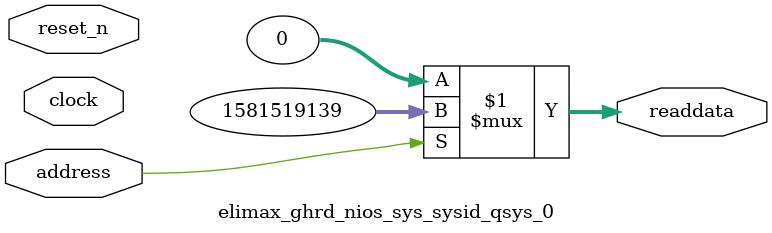
<source format=v>



// synthesis translate_off
`timescale 1ns / 1ps
// synthesis translate_on

// turn off superfluous verilog processor warnings 
// altera message_level Level1 
// altera message_off 10034 10035 10036 10037 10230 10240 10030 

module elimax_ghrd_nios_sys_sysid_qsys_0 (
               // inputs:
                address,
                clock,
                reset_n,

               // outputs:
                readdata
             )
;

  output  [ 31: 0] readdata;
  input            address;
  input            clock;
  input            reset_n;

  wire    [ 31: 0] readdata;
  //control_slave, which is an e_avalon_slave
  assign readdata = address ? 1581519139 : 0;

endmodule



</source>
